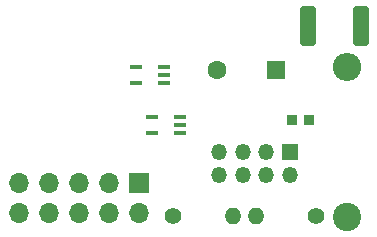
<source format=gbr>
%TF.GenerationSoftware,KiCad,Pcbnew,7.0.7*%
%TF.CreationDate,2023-10-14T22:56:05-05:00*%
%TF.ProjectId,USB-CV1,5553422d-4356-4312-9e6b-696361645f70,rev?*%
%TF.SameCoordinates,Original*%
%TF.FileFunction,Soldermask,Top*%
%TF.FilePolarity,Negative*%
%FSLAX46Y46*%
G04 Gerber Fmt 4.6, Leading zero omitted, Abs format (unit mm)*
G04 Created by KiCad (PCBNEW 7.0.7) date 2023-10-14 22:56:05*
%MOMM*%
%LPD*%
G01*
G04 APERTURE LIST*
G04 Aperture macros list*
%AMRoundRect*
0 Rectangle with rounded corners*
0 $1 Rounding radius*
0 $2 $3 $4 $5 $6 $7 $8 $9 X,Y pos of 4 corners*
0 Add a 4 corners polygon primitive as box body*
4,1,4,$2,$3,$4,$5,$6,$7,$8,$9,$2,$3,0*
0 Add four circle primitives for the rounded corners*
1,1,$1+$1,$2,$3*
1,1,$1+$1,$4,$5*
1,1,$1+$1,$6,$7*
1,1,$1+$1,$8,$9*
0 Add four rect primitives between the rounded corners*
20,1,$1+$1,$2,$3,$4,$5,0*
20,1,$1+$1,$4,$5,$6,$7,0*
20,1,$1+$1,$6,$7,$8,$9,0*
20,1,$1+$1,$8,$9,$2,$3,0*%
G04 Aperture macros list end*
%ADD10R,0.965200X0.939800*%
%ADD11R,1.700000X1.700000*%
%ADD12O,1.700000X1.700000*%
%ADD13R,1.070699X0.304800*%
%ADD14C,1.400000*%
%ADD15O,1.400000X1.400000*%
%ADD16RoundRect,0.250000X-0.400000X-1.450000X0.400000X-1.450000X0.400000X1.450000X-0.400000X1.450000X0*%
%ADD17R,1.350000X1.350000*%
%ADD18O,1.350000X1.350000*%
%ADD19R,1.600000X1.600000*%
%ADD20C,1.600000*%
%ADD21C,2.400000*%
%ADD22O,2.400000X2.400000*%
G04 APERTURE END LIST*
D10*
%TO.C,R3*%
X136479300Y-80190000D03*
X134980700Y-80190000D03*
%TD*%
D11*
%TO.C,J2*%
X122070000Y-85510000D03*
D12*
X122070000Y-88050000D03*
X119530000Y-85510000D03*
X119530000Y-88050000D03*
X116990000Y-85510000D03*
X116990000Y-88050000D03*
X114450000Y-85510000D03*
X114450000Y-88050000D03*
X111910000Y-85510000D03*
X111910000Y-88050000D03*
%TD*%
D13*
%TO.C,U2*%
X125558451Y-81259999D03*
X125558451Y-80610000D03*
X125558451Y-79960001D03*
X123141549Y-79960001D03*
X123141549Y-81259999D03*
%TD*%
D14*
%TO.C,R2*%
X124960000Y-88320000D03*
D15*
X130040000Y-88320000D03*
%TD*%
D16*
%TO.C,F1*%
X136395000Y-72220000D03*
X140845000Y-72220000D03*
%TD*%
D17*
%TO.C,J1*%
X134850000Y-82880000D03*
D18*
X134850000Y-84880000D03*
X132850000Y-82880000D03*
X132850000Y-84880000D03*
X130850000Y-82880000D03*
X130850000Y-84880000D03*
X128850000Y-82880000D03*
X128850000Y-84880000D03*
%TD*%
D19*
%TO.C,C1*%
X133642651Y-75920000D03*
D20*
X128642651Y-75920000D03*
%TD*%
D13*
%TO.C,U1*%
X124198451Y-77009999D03*
X124198451Y-76360000D03*
X124198451Y-75710001D03*
X121781549Y-75710001D03*
X121781549Y-77009999D03*
%TD*%
D14*
%TO.C,R1*%
X137090000Y-88300000D03*
D15*
X132010000Y-88300000D03*
%TD*%
D21*
%TO.C,FB1*%
X139690000Y-88410000D03*
D22*
X139690000Y-75710000D03*
%TD*%
M02*

</source>
